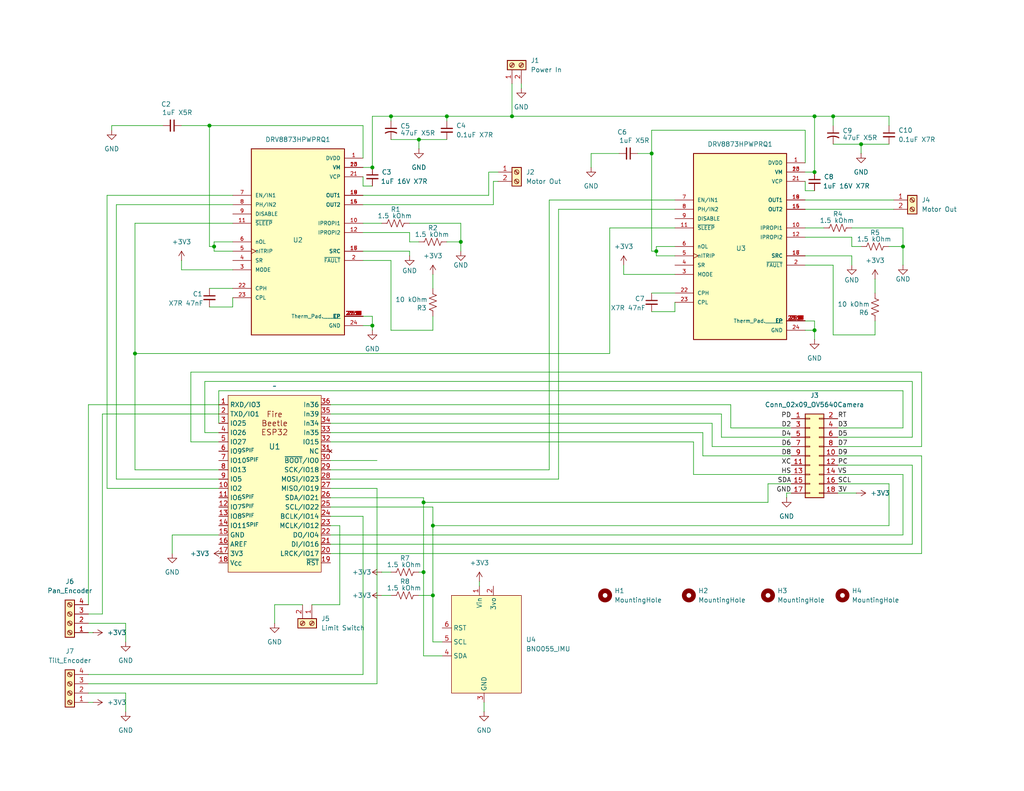
<source format=kicad_sch>
(kicad_sch (version 20250114) (generator "eeschema") (generator_version "9.0")
  (paper "A")
  (title_block (title "ME 507 - Schematic Draft") (date "2025-10-16") (company "Cal Poly Mechanical Engineering"))
  (lib_symbols
    (symbol "BNO055:BNO055"
      (property "Reference" "U4" (at 11.43 0.6351 0))
      (property "Value" "~" (at 11.43 -1.9049 0))
      (symbol "BNO055_0_1"
        (rectangle (start -8.89 12.7) (end 10.16 -13.97) (fill (type background)))
      )
      (symbol "BNO055_1_1"
        (pin input line (at -11.43 3.81 0) (length 2.54) (name "RST") (number "6"))
        (pin bidirectional line (at -11.43 0 0) (length 2.54) (name "SCL") (number "5"))
        (pin bidirectional line (at -11.43 -3.81 0) (length 2.54) (name "SDA") (number "4"))
        (pin power_in line (at -1.27 15.24 270) (length 2.54) (name "Vin") (number "1"))
        (pin power_in line (at 0 -16.51 90) (length 2.54) (name "GND") (number "3"))
        (pin power_out line (at 2.54 15.24 270) (length 2.54) (name "3vo") (number "2"))
      )
    )
    (symbol "Connector:Screw_Terminal_01x02" (pin_names (offset 1.016) (hide yes))
      (property "Reference" "J" (at 0 2.54 0))
      (property "Value" "Screw_Terminal_01x02" (at 0 -5.08 0))
      (symbol "Screw_Terminal_01x02_1_1"
        (rectangle (start -1.27 1.27) (end 1.27 -3.81) (stroke (width 0.254)) (fill (type background)))
        (polyline (pts (xy -0.5334 0.3302) (xy 0.3302 -0.508)) (stroke (width 0.1524)))
        (polyline (pts (xy -0.5334 -2.2098) (xy 0.3302 -3.048)) (stroke (width 0.1524)))
        (polyline (pts (xy -0.3556 0.508) (xy 0.508 -0.3302)) (stroke (width 0.1524)))
        (polyline (pts (xy -0.3556 -2.032) (xy 0.508 -2.8702)) (stroke (width 0.1524)))
        (circle (center 0 0) (radius 0.635) (stroke (width 0.1524)))
        (circle (center 0 -2.54) (radius 0.635) (stroke (width 0.1524)))
        (pin passive line (at -5.08 0 0) (length 3.81) (name "Pin_1") (number "1"))
        (pin passive line (at -5.08 -2.54 0) (length 3.81) (name "Pin_2") (number "2"))
      )
    )
    (symbol "Connector:Screw_Terminal_01x04" (pin_names (offset 1.016) (hide yes))
      (property "Reference" "J" (at 0 5.08 0))
      (property "Value" "Screw_Terminal_01x04" (at 0 -7.62 0))
      (symbol "Screw_Terminal_01x04_1_1"
        (rectangle (start -1.27 3.81) (end 1.27 -6.35) (stroke (width 0.254)) (fill (type background)))
        (polyline (pts (xy -0.5334 2.8702) (xy 0.3302 2.032)) (stroke (width 0.1524)))
        (polyline (pts (xy -0.5334 0.3302) (xy 0.3302 -0.508)) (stroke (width 0.1524)))
        (polyline (pts (xy -0.5334 -2.2098) (xy 0.3302 -3.048)) (stroke (width 0.1524)))
        (polyline (pts (xy -0.5334 -4.7498) (xy 0.3302 -5.588)) (stroke (width 0.1524)))
        (polyline (pts (xy -0.3556 3.048) (xy 0.508 2.2098)) (stroke (width 0.1524)))
        (polyline (pts (xy -0.3556 0.508) (xy 0.508 -0.3302)) (stroke (width 0.1524)))
        (polyline (pts (xy -0.3556 -2.032) (xy 0.508 -2.8702)) (stroke (width 0.1524)))
        (polyline (pts (xy -0.3556 -4.572) (xy 0.508 -5.4102)) (stroke (width 0.1524)))
        (circle (center 0 2.54) (radius 0.635) (stroke (width 0.1524)))
        (circle (center 0 0) (radius 0.635) (stroke (width 0.1524)))
        (circle (center 0 -2.54) (radius 0.635) (stroke (width 0.1524)))
        (circle (center 0 -5.08) (radius 0.635) (stroke (width 0.1524)))
        (pin passive line (at -5.08 2.54 0) (length 3.81) (name "Pin_1") (number "1"))
        (pin passive line (at -5.08 0 0) (length 3.81) (name "Pin_2") (number "2"))
        (pin passive line (at -5.08 -2.54 0) (length 3.81) (name "Pin_3") (number "3"))
        (pin passive line (at -5.08 -5.08 0) (length 3.81) (name "Pin_4") (number "4"))
      )
    )
    (symbol "Connector_Generic:Conn_02x09_Odd_Even" (pin_names (offset 1.016) (hide yes))
      (property "Reference" "J3" (at 1.27 -16.51 0))
      (property "Value" "Conn_02x09_Odd_Even" (at 1.27 -13.97 0))
      (symbol "Conn_02x09_Odd_Even_1_1"
        (rectangle (start -1.27 11.43) (end 3.81 -11.43) (stroke (width 0.254)) (fill (type background)))
        (rectangle (start -1.27 10.287) (end 0 10.033) (stroke (width 0.1524)))
        (rectangle (start -1.27 7.747) (end 0 7.493) (stroke (width 0.1524)))
        (rectangle (start -1.27 5.207) (end 0 4.953) (stroke (width 0.1524)))
        (rectangle (start -1.27 2.667) (end 0 2.413) (stroke (width 0.1524)))
        (rectangle (start -1.27 0.127) (end 0 -0.127) (stroke (width 0.1524)))
        (rectangle (start -1.27 -2.413) (end 0 -2.667) (stroke (width 0.1524)))
        (rectangle (start -1.27 -4.953) (end 0 -5.207) (stroke (width 0.1524)))
        (rectangle (start -1.27 -7.493) (end 0 -7.747) (stroke (width 0.1524)))
        (rectangle (start -1.27 -10.033) (end 0 -10.287) (stroke (width 0.1524)))
        (rectangle (start 3.81 10.287) (end 2.54 10.033) (stroke (width 0.1524)))
        (rectangle (start 3.81 7.747) (end 2.54 7.493) (stroke (width 0.1524)))
        (rectangle (start 3.81 5.207) (end 2.54 4.953) (stroke (width 0.1524)))
        (rectangle (start 3.81 2.667) (end 2.54 2.413) (stroke (width 0.1524)))
        (rectangle (start 3.81 0.127) (end 2.54 -0.127) (stroke (width 0.1524)))
        (rectangle (start 3.81 -2.413) (end 2.54 -2.667) (stroke (width 0.1524)))
        (rectangle (start 3.81 -4.953) (end 2.54 -5.207) (stroke (width 0.1524)))
        (rectangle (start 3.81 -7.493) (end 2.54 -7.747) (stroke (width 0.1524)))
        (rectangle (start 3.81 -10.033) (end 2.54 -10.287) (stroke (width 0.1524)))
        (pin passive line (at -5.08 10.16 0) (length 3.81) (name "Pin_1") (number "1"))
        (pin passive line (at -5.08 7.62 0) (length 3.81) (name "Pin_3") (number "3"))
        (pin passive line (at -5.08 5.08 0) (length 3.81) (name "Pin_5") (number "5"))
        (pin passive line (at -5.08 2.54 0) (length 3.81) (name "Pin_7") (number "7"))
        (pin passive line (at -5.08 0 0) (length 3.81) (name "Pin_9") (number "9"))
        (pin passive line (at -5.08 -2.54 0) (length 3.81) (name "Pin_11") (number "11"))
        (pin passive line (at -5.08 -5.08 0) (length 3.81) (name "Pin_13") (number "13"))
        (pin passive line (at -5.08 -7.62 0) (length 3.81) (name "Pin_15") (number "15"))
        (pin passive line (at -5.08 -10.16 0) (length 3.81) (name "Pin_17") (number "17"))
        (pin passive line (at 7.62 10.16 180) (length 3.81) (name "Pin_2") (number "2"))
        (pin passive line (at 7.62 7.62 180) (length 3.81) (name "Pin_4") (number "4"))
        (pin passive line (at 7.62 5.08 180) (length 3.81) (name "Pin_6") (number "6"))
        (pin passive line (at 7.62 2.54 180) (length 3.81) (name "Pin_8") (number "8"))
        (pin passive line (at 7.62 0 180) (length 3.81) (name "Pin_10") (number "10"))
        (pin passive line (at 7.62 -2.54 180) (length 3.81) (name "Pin_12") (number "12"))
        (pin passive line (at 7.62 -5.08 180) (length 3.81) (name "Pin_14") (number "14"))
        (pin passive line (at 7.62 -7.62 180) (length 3.81) (name "Pin_16") (number "16"))
        (pin passive line (at 7.62 -10.16 180) (length 3.81) (name "Pin_18") (number "18"))
      )
    )
    (symbol "DRV8873SPWPRQ1_1" (pin_names (offset 1.016))
      (property "Reference" "U2" (at 0 30.48 0))
      (property "Value" "DRV8873HPWPRQ1" (at 0 27.94 0))
      (symbol "DRV8873SPWPRQ1_1_0_0"
        (rectangle (start -12.7 25.4) (end 12.7 -25.4) (stroke (width 0.254)) (fill (type background)))
        (pin input line (at -17.78 12.7 0) (length 5.08) (name "EN/IN1") (number "7"))
        (pin input line (at -17.78 10.16 0) (length 5.08) (name "PH/IN2") (number "8"))
        (pin input line (at -17.78 7.62 0) (length 5.08) (name "DISABLE") (number "9"))
        (pin input line (at -17.78 5.08 0) (length 5.08) (name "~{SLEEP}") (number "11"))
        (pin passive line (at -17.78 -12.7 0) (length 5.08) (name "CPH") (number "22"))
        (pin passive line (at -17.78 -15.24 0) (length 5.08) (name "CPL") (number "23"))
        (pin power_in line (at 17.78 22.86 180) (length 5.08) (name "DVDD") (number "1"))
        (pin power_in line (at 17.78 20.32 180) (length 5.08) (name "VM") (number "13"))
        (pin power_in line (at 17.78 20.32 180) (length 5.08) (name "VM") (number "20"))
        (pin power_in line (at 17.78 17.78 180) (length 5.08) (name "VCP") (number "21"))
        (pin output line (at 17.78 12.7 180) (length 5.08) (name "OUT1") (number "18"))
        (pin output line (at 17.78 12.7 180) (length 5.08) (name "OUT1") (number "19"))
        (pin output line (at 17.78 10.16 180) (length 5.08) (name "OUT2") (number "14"))
        (pin output line (at 17.78 10.16 180) (length 5.08) (name "OUT2") (number "15"))
        (pin output line (at 17.78 5.08 180) (length 5.08) (name "IPROPI1") (number "10"))
        (pin output line (at 17.78 2.54 180) (length 5.08) (name "IPROPI2") (number "12"))
        (pin output line (at 17.78 -2.54 180) (length 5.08) (name "SRC") (number "16"))
        (pin output line (at 17.78 -2.54 180) (length 5.08) (name "SRC") (number "17"))
        (pin output line (at 17.78 -5.08 180) (length 5.08) (name "~{FAULT}") (number "2"))
        (pin power_in line (at 17.78 -20.32 180) (length 5.08) (name "EP") (number "25.1"))
        (pin power_in line (at 17.78 -20.32 180) (length 5.08) (name "EP") (number "25.10"))
        (pin power_in line (at 17.78 -20.32 180) (length 5.08) (name "EP") (number "25.11"))
        (pin power_in line (at 17.78 -20.32 180) (length 5.08) (name "EP") (number "25.12"))
        (pin power_in line (at 17.78 -20.32 180) (length 5.08) (name "EP") (number "25.13"))
        (pin power_in line (at 17.78 -20.32 180) (length 5.08) (name "EP") (number "25.14"))
        (pin power_in line (at 17.78 -20.32 180) (length 5.08) (name "EP") (number "25.15"))
        (pin power_in line (at 17.78 -20.32 180) (length 5.08) (name "EP") (number "25.16"))
        (pin power_in line (at 17.78 -20.32 180) (length 5.08) (name "EP") (number "25.17"))
        (pin power_in line (at 17.78 -20.32 180) (length 5.08) (name "EP") (number "25.18"))
        (pin power_in line (at 17.78 -20.32 180) (length 5.08) (name "EP") (number "25.2"))
        (pin power_in line (at 17.78 -20.32 180) (length 5.08) (name "EP") (number "25.3"))
        (pin power_in line (at 17.78 -20.32 180) (length 5.08) (name "EP") (number "25.4"))
        (pin power_in line (at 17.78 -20.32 180) (length 5.08) (name "EP") (number "25.5"))
        (pin power_in line (at 17.78 -20.32 180) (length 5.08) (name "EP") (number "25.6"))
        (pin power_in line (at 17.78 -20.32 180) (length 5.08) (name "EP") (number "25.7"))
        (pin power_in line (at 17.78 -20.32 180) (length 5.08) (name "EP") (number "25.8"))
        (pin power_in line (at 17.78 -20.32 180) (length 5.08) (name "EP") (number "25.9"))
        (pin power_in line (at 17.78 -22.86 180) (length 5.08) (name "GND") (number "24"))
      )
      (symbol "DRV8873SPWPRQ1_1_1_0"
        (pin input line (at -17.78 0 0) (length 5.08) (name "nOL") (number "6"))
        (pin input clock (at -17.78 -2.54 0) (length 5.08) (name "nITRIP") (number "5"))
        (pin input line (at -17.78 -5.08 0) (length 5.08) (name "SR") (number "4"))
        (pin input line (at -17.78 -7.62 0) (length 5.08) (name "MODE") (number "3"))
        (pin power_in line (at 17.78 -20.32 180) (length 5.08) (name "Therm_Pad.______") (number "25"))
      )
    )
    (symbol "Device:C_Small" (pin_numbers (hide yes)) (pin_names (offset 0.254) (hide yes))
      (property "Reference" "C" (at 0.254 1.778 0))
      (property "Value" "C_Small" (at 0.254 -2.032 0))
      (symbol "C_Small_0_1"
        (polyline (pts (xy -1.524 0.508) (xy 1.524 0.508)) (stroke (width 0.3048)))
        (polyline (pts (xy -1.524 -0.508) (xy 1.524 -0.508)) (stroke (width 0.3302)))
      )
      (symbol "C_Small_1_1"
        (pin passive line (at 0 2.54 270) (length 2.032) (name "~") (number "1"))
        (pin passive line (at 0 -2.54 90) (length 2.032) (name "~") (number "2"))
      )
    )
    (symbol "Device:C_Small_US" (pin_numbers (hide yes)) (pin_names (offset 0.254) (hide yes))
      (property "Reference" "C" (at 0.254 1.778 0))
      (property "Value" "C_Small_US" (at 0.254 -2.032 0))
      (symbol "C_Small_US_0_1"
        (polyline (pts (xy -1.524 0.508) (xy 1.524 0.508)) (stroke (width 0.3048)))
        (arc (start -1.524 -0.762) (mid 0 -0.3734) (end 1.524 -0.762) (stroke (width 0.3048)))
      )
      (symbol "C_Small_US_1_1"
        (pin passive line (at 0 2.54 270) (length 2.032) (name "~") (number "1"))
        (pin passive line (at 0 -2.54 90) (length 2.032) (name "~") (number "2"))
      )
    )
    (symbol "Device:R_US" (pin_numbers (hide yes)) (pin_names (offset 0))
      (property "Reference" "R" (at 2.54 0 90))
      (property "Value" "R_US" (at -2.54 0 90))
      (symbol "R_US_0_1"
        (polyline (pts (xy 0 2.286) (xy 0 2.54)))
        (polyline (pts (xy 0 2.286) (xy 1.016 1.905) (xy 0 1.524) (xy -1.016 1.143) (xy 0 0.762)))
        (polyline (pts (xy 0 0.762) (xy 1.016 0.381) (xy 0 0) (xy -1.016 -0.381) (xy 0 -0.762)))
        (polyline (pts (xy 0 -0.762) (xy 1.016 -1.143) (xy 0 -1.524) (xy -1.016 -1.905) (xy 0 -2.286)))
        (polyline (pts (xy 0 -2.286) (xy 0 -2.54)))
      )
      (symbol "R_US_1_1"
        (pin passive line (at 0 3.81 270) (length 1.27) (name "~") (number "1"))
        (pin passive line (at 0 -3.81 90) (length 1.27) (name "~") (number "2"))
      )
    )
    (symbol "ME507F24:FireBeetle-ESP32"
      (property "Reference" "U" (at -2.2226 9.1862 0))
      (symbol "FireBeetle-ESP32_1_1"
        (polyline (pts (xy -12.7 22.86) (xy 12.7 22.86) (xy 12.7 -25.4) (xy -12.7 -25.4) (xy -12.7 22.86)) (fill (type background)))
        (text "Fire\nBeetle\nESP32" (at 0 15.24 0) (effects (font (size 1.524 1.524))))
        (pin bidirectional line (at -15.24 20.32 0) (length 2.54) (name "RXD/IO3") (number "1"))
        (pin bidirectional line (at -15.24 17.78 0) (length 2.54) (name "TXD/IO1") (number "2"))
        (pin bidirectional line (at -15.24 15.24 0) (length 2.54) (name "IO25") (number "3"))
        (pin bidirectional line (at -15.24 12.7 0) (length 2.54) (name "IO26") (number "4"))
        (pin bidirectional line (at -15.24 10.16 0) (length 2.54) (name "IO27") (number "5"))
        (pin unspecified line (at -15.24 7.62 0) (length 2.54) (name "IO9^{SPIF}") (number "6"))
        (pin unspecified line (at -15.24 5.08 0) (length 2.54) (name "IO10^{SPIF}") (number "7"))
        (pin bidirectional line (at -15.24 2.54 0) (length 2.54) (name "IO13") (number "8"))
        (pin bidirectional line (at -15.24 0 0) (length 2.54) (name "IO5") (number "9"))
        (pin bidirectional line (at -15.24 -2.54 0) (length 2.54) (name "IO2") (number "10"))
        (pin unspecified line (at -15.24 -5.08 0) (length 2.54) (name "IO6^{SPIF}") (number "11"))
        (pin unspecified line (at -15.24 -7.62 0) (length 2.54) (name "IO7^{SPIF}") (number "12"))
        (pin unspecified line (at -15.24 -10.16 0) (length 2.54) (name "IO8^{SPIF}") (number "13"))
        (pin unspecified line (at -15.24 -12.7 0) (length 2.54) (name "IO11^{SPIF}") (number "14"))
        (pin power_in line (at -15.24 -15.24 0) (length 2.54) (name "GND") (number "15"))
        (pin input line (at -15.24 -17.78 0) (length 2.54) (name "AREF") (number "16"))
        (pin power_out line (at -15.24 -20.32 0) (length 2.54) (name "3V3") (number "17"))
        (pin unspecified line (at -15.24 -22.86 0) (length 2.54) (name "V_{CC}") (number "18"))
        (pin input line (at 15.24 20.32 180) (length 2.54) (name "In36") (number "36"))
        (pin input line (at 15.24 17.78 180) (length 2.54) (name "In39") (number "35"))
        (pin input line (at 15.24 15.24 180) (length 2.54) (name "In34") (number "34"))
        (pin input line (at 15.24 12.7 180) (length 2.54) (name "In35") (number "33"))
        (pin bidirectional line (at 15.24 10.16 180) (length 2.54) (name "IO15") (number "32"))
        (pin no_connect line (at 15.24 7.62 180) (length 2.54) (name "NC") (number "31"))
        (pin bidirectional line (at 15.24 5.08 180) (length 2.54) (name "~{BOOT}/IO0") (number "30"))
        (pin bidirectional line (at 15.24 2.54 180) (length 2.54) (name "SCK/IO18") (number "29"))
        (pin bidirectional line (at 15.24 0 180) (length 2.54) (name "MOSI/IO23") (number "28"))
        (pin bidirectional line (at 15.24 -2.54 180) (length 2.54) (name "MISO/IO19") (number "27"))
        (pin bidirectional line (at 15.24 -5.08 180) (length 2.54) (name "SDA/IO21") (number "26"))
        (pin bidirectional line (at 15.24 -7.62 180) (length 2.54) (name "SCL/IO22") (number "25"))
        (pin bidirectional line (at 15.24 -10.16 180) (length 2.54) (name "BCLK/IO14") (number "24"))
        (pin bidirectional line (at 15.24 -12.7 180) (length 2.54) (name "MCLK/IO12") (number "23"))
        (pin bidirectional line (at 15.24 -15.24 180) (length 2.54) (name "DO/IO4") (number "22"))
        (pin bidirectional line (at 15.24 -17.78 180) (length 2.54) (name "DI/IO16") (number "21"))
        (pin bidirectional line (at 15.24 -20.32 180) (length 2.54) (name "LRCK/IO17") (number "20"))
        (pin bidirectional line (at 15.24 -22.86 180) (length 2.54) (name "~{RST}") (number "19"))
      )
    )
    (symbol "Mechanical:MountingHole" (pin_names (offset 1.016)) (in_bom no)
      (property "Reference" "H" (at 0 5.08 0))
      (property "Value" "MountingHole" (at 0 3.175 0))
      (symbol "MountingHole_0_1"
        (circle (center 0 0) (radius 1.27) (stroke (width 1.27)))
      )
    )
    (symbol "power:+3V3" (power) (pin_numbers (hide yes)) (pin_names (offset 0) (hide yes))
      (property "Value" "+3V3" (at 0 3.556 0))
      (symbol "+3V3_0_1"
        (polyline (pts (xy -0.762 1.27) (xy 0 2.54)))
        (polyline (pts (xy 0 2.54) (xy 0.762 1.27)))
        (polyline (pts (xy 0 0) (xy 0 2.54)))
      )
      (symbol "+3V3_1_1"
        (pin power_in line (at 0 0 90) (length 0) (name "~") (number "1"))
      )
    )
    (symbol "power:GND" (power) (pin_numbers (hide yes)) (pin_names (offset 0) (hide yes))
      (property "Value" "GND" (at 0 -3.81 0))
      (symbol "GND_0_1"
        (polyline (pts (xy 0 0) (xy 0 -1.27) (xy 1.27 -1.27) (xy 0 -2.54) (xy -1.27 -1.27) (xy 0 -1.27)))
      )
      (symbol "GND_1_1"
        (pin power_in line (at 0 0 270) (length 0) (name "~") (number "1"))
      )
    )
  )
  (junction (at 114.3 38.1))
  (junction (at 101.6 45.72))
  (junction (at 121.92 31.75))
  (junction (at 106.68 31.75))
  (junction (at 234.95 39.37))
  (junction (at 179.07 68.58))
  (junction (at 222.25 90.17))
  (junction (at 246.38 67.31))
  (junction (at 118.11 162.56))
  (junction (at 227.33 31.75))
  (junction (at 125.73 66.04))
  (junction (at 36.83 96.52))
  (junction (at 139.7 31.75))
  (junction (at 58.42 67.31))
  (junction (at 101.6 88.9))
  (junction (at 57.15 34.29))
  (junction (at 115.57 137.16))
  (junction (at 118.11 143.51))
  (junction (at 222.25 46.99))
  (junction (at 222.25 31.75))
  (junction (at 177.8 41.91))
  (junction (at 115.57 156.21))
  (wire (pts (xy 251.46 101.6) (xy 251.46 121.92)))
  (wire (pts (xy 92.71 165.1) (xy 85.09 165.1)))
  (wire (pts (xy 242.57 67.31) (xy 246.38 67.31)))
  (wire (pts (xy 24.13 170.18) (xy 34.29 170.18)))
  (wire (pts (xy 59.69 118.11) (xy 55.88 118.11)))
  (wire (pts (xy 101.6 90.17) (xy 101.6 88.9)))
  (wire (pts (xy 106.68 31.75) (xy 106.68 33.02)))
  (wire (pts (xy 118.11 86.36) (xy 118.11 90.17)))
  (wire (pts (xy 90.17 113.03) (xy 196.85 113.03)))
  (wire (pts (xy 63.5 83.82) (xy 63.5 81.28)))
  (wire (pts (xy 166.37 96.52) (xy 36.83 96.52)))
  (wire (pts (xy 227.33 31.75) (xy 227.33 34.29)))
  (wire (pts (xy 118.11 143.51) (xy 118.11 162.56)))
  (wire (pts (xy 132.08 194.31) (xy 132.08 191.77)))
  (wire (pts (xy 194.31 121.92) (xy 215.9 121.92)))
  (wire (pts (xy 101.6 31.75) (xy 106.68 31.75)))
  (wire (pts (xy 118.11 162.56) (xy 118.11 175.26)))
  (wire (pts (xy 228.6 129.54) (xy 246.38 129.54)))
  (wire (pts (xy 125.73 60.96) (xy 125.73 66.04)))
  (wire (pts (xy 173.99 41.91) (xy 177.8 41.91)))
  (wire (pts (xy 90.17 120.65) (xy 189.23 120.65)))
  (wire (pts (xy 184.15 85.09) (xy 177.8 85.09)))
  (wire (pts (xy 189.23 129.54) (xy 215.9 129.54)))
  (wire (pts (xy 99.06 86.36) (xy 101.6 86.36)))
  (wire (pts (xy 118.11 74.93) (xy 118.11 78.74)))
  (wire (pts (xy 184.15 80.01) (xy 177.8 80.01)))
  (wire (pts (xy 219.71 90.17) (xy 222.25 90.17)))
  (wire (pts (xy 90.17 133.35) (xy 102.87 133.35)))
  (wire (pts (xy 248.92 127) (xy 228.6 127)))
  (wire (pts (xy 57.15 67.31) (xy 58.42 67.31)))
  (wire (pts (xy 170.18 74.93) (xy 184.15 74.93)))
  (wire (pts (xy 219.71 54.61) (xy 243.84 54.61)))
  (wire (pts (xy 114.3 38.1) (xy 114.3 40.64)))
  (wire (pts (xy 189.23 120.65) (xy 189.23 129.54)))
  (wire (pts (xy 90.17 128.27) (xy 149.86 128.27)))
  (wire (pts (xy 90.17 130.81) (xy 152.4 130.81)))
  (wire (pts (xy 242.57 31.75) (xy 242.57 34.29)))
  (wire (pts (xy 34.29 189.23) (xy 24.13 189.23)))
  (wire (pts (xy 199.39 116.84) (xy 215.9 116.84)))
  (wire (pts (xy 196.85 113.03) (xy 196.85 119.38)))
  (wire (pts (xy 248.92 104.14) (xy 248.92 119.38)))
  (wire (pts (xy 59.69 146.05) (xy 46.99 146.05)))
  (wire (pts (xy 194.31 115.57) (xy 194.31 121.92)))
  (wire (pts (xy 246.38 72.39) (xy 246.38 67.31)))
  (wire (pts (xy 232.41 69.85) (xy 232.41 72.39)))
  (wire (pts (xy 118.11 138.43) (xy 118.11 143.51)))
  (wire (pts (xy 31.75 130.81) (xy 59.69 130.81)))
  (wire (pts (xy 227.33 72.39) (xy 219.71 72.39)))
  (wire (pts (xy 99.06 63.5) (xy 111.76 63.5)))
  (wire (pts (xy 34.29 175.26) (xy 34.29 170.18)))
  (wire (pts (xy 215.9 134.62) (xy 214.63 134.62)))
  (wire (pts (xy 90.17 110.49) (xy 199.39 110.49)))
  (wire (pts (xy 99.06 60.96) (xy 104.14 60.96)))
  (wire (pts (xy 152.4 57.15) (xy 152.4 130.81)))
  (wire (pts (xy 246.38 116.84) (xy 228.6 116.84)))
  (wire (pts (xy 228.6 132.08) (xy 242.57 132.08)))
  (wire (pts (xy 222.25 31.75) (xy 222.25 46.99)))
  (wire (pts (xy 134.62 55.88) (xy 99.06 55.88)))
  (wire (pts (xy 161.29 41.91) (xy 168.91 41.91)))
  (wire (pts (xy 25.4 172.72) (xy 24.13 172.72)))
  (wire (pts (xy 184.15 54.61) (xy 149.86 54.61)))
  (wire (pts (xy 59.69 113.03) (xy 27.94 113.03)))
  (wire (pts (xy 161.29 41.91) (xy 161.29 45.72)))
  (wire (pts (xy 114.3 162.56) (xy 118.11 162.56)))
  (wire (pts (xy 246.38 146.05) (xy 246.38 129.54)))
  (wire (pts (xy 242.57 143.51) (xy 118.11 143.51)))
  (wire (pts (xy 82.55 165.1) (xy 74.93 165.1)))
  (wire (pts (xy 238.76 76.2) (xy 238.76 80.01)))
  (wire (pts (xy 227.33 39.37) (xy 234.95 39.37)))
  (wire (pts (xy 46.99 146.05) (xy 46.99 151.13)))
  (wire (pts (xy 246.38 106.68) (xy 246.38 116.84)))
  (wire (pts (xy 209.55 132.08) (xy 215.9 132.08)))
  (wire (pts (xy 227.33 31.75) (xy 242.57 31.75)))
  (wire (pts (xy 90.17 118.11) (xy 191.77 118.11)))
  (wire (pts (xy 120.65 179.07) (xy 115.57 179.07)))
  (wire (pts (xy 227.33 91.44) (xy 238.76 91.44)))
  (wire (pts (xy 90.17 148.59) (xy 248.92 148.59)))
  (wire (pts (xy 184.15 85.09) (xy 184.15 82.55)))
  (wire (pts (xy 251.46 151.13) (xy 251.46 124.46)))
  (wire (pts (xy 115.57 135.89) (xy 90.17 135.89)))
  (wire (pts (xy 29.21 53.34) (xy 29.21 133.35)))
  (wire (pts (xy 99.06 50.8) (xy 101.6 50.8)))
  (wire (pts (xy 139.7 22.86) (xy 139.7 31.75)))
  (wire (pts (xy 248.92 148.59) (xy 248.92 127)))
  (wire (pts (xy 101.6 31.75) (xy 101.6 45.72)))
  (wire (pts (xy 58.42 66.04) (xy 58.42 67.31)))
  (wire (pts (xy 179.07 68.58) (xy 179.07 69.85)))
  (wire (pts (xy 74.93 165.1) (xy 74.93 170.18)))
  (wire (pts (xy 58.42 68.58) (xy 63.5 68.58)))
  (wire (pts (xy 115.57 156.21) (xy 115.57 137.16)))
  (wire (pts (xy 63.5 55.88) (xy 31.75 55.88)))
  (wire (pts (xy 59.69 128.27) (xy 36.83 128.27)))
  (wire (pts (xy 63.5 60.96) (xy 36.83 60.96)))
  (wire (pts (xy 179.07 69.85) (xy 184.15 69.85)))
  (wire (pts (xy 49.53 34.29) (xy 57.15 34.29)))
  (wire (pts (xy 234.95 39.37) (xy 234.95 41.91)))
  (wire (pts (xy 222.25 31.75) (xy 227.33 31.75)))
  (wire (pts (xy 27.94 167.64) (xy 24.13 167.64)))
  (wire (pts (xy 57.15 34.29) (xy 57.15 67.31)))
  (wire (pts (xy 111.76 66.04) (xy 114.3 66.04)))
  (wire (pts (xy 99.06 68.58) (xy 111.76 68.58)))
  (wire (pts (xy 29.21 133.35) (xy 59.69 133.35)))
  (wire (pts (xy 251.46 121.92) (xy 228.6 121.92)))
  (wire (pts (xy 177.8 68.58) (xy 179.07 68.58)))
  (wire (pts (xy 199.39 110.49) (xy 199.39 116.84)))
  (wire (pts (xy 63.5 78.74) (xy 57.15 78.74)))
  (wire (pts (xy 133.35 46.99) (xy 135.89 46.99)))
  (wire (pts (xy 90.17 143.51) (xy 92.71 143.51)))
  (wire (pts (xy 228.6 119.38) (xy 248.92 119.38)))
  (wire (pts (xy 102.87 186.69) (xy 24.13 186.69)))
  (wire (pts (xy 114.3 38.1) (xy 121.92 38.1)))
  (wire (pts (xy 121.92 31.75) (xy 121.92 33.02)))
  (wire (pts (xy 101.6 86.36) (xy 101.6 88.9)))
  (wire (pts (xy 31.75 55.88) (xy 31.75 130.81)))
  (wire (pts (xy 99.06 88.9) (xy 101.6 88.9)))
  (wire (pts (xy 133.35 53.34) (xy 99.06 53.34)))
  (wire (pts (xy 63.5 66.04) (xy 58.42 66.04)))
  (wire (pts (xy 219.71 87.63) (xy 222.25 87.63)))
  (wire (pts (xy 49.53 71.12) (xy 49.53 73.66)))
  (wire (pts (xy 219.71 35.56) (xy 219.71 44.45)))
  (wire (pts (xy 166.37 62.23) (xy 184.15 62.23)))
  (wire (pts (xy 246.38 62.23) (xy 246.38 67.31)))
  (wire (pts (xy 170.18 72.39) (xy 170.18 74.93)))
  (wire (pts (xy 219.71 69.85) (xy 232.41 69.85)))
  (wire (pts (xy 214.63 134.62) (xy 214.63 135.89)))
  (wire (pts (xy 90.17 140.97) (xy 99.06 140.97)))
  (wire (pts (xy 36.83 96.52) (xy 36.83 128.27)))
  (wire (pts (xy 114.3 156.21) (xy 115.57 156.21)))
  (wire (pts (xy 242.57 132.08) (xy 242.57 143.51)))
  (wire (pts (xy 196.85 119.38) (xy 215.9 119.38)))
  (wire (pts (xy 90.17 115.57) (xy 194.31 115.57)))
  (wire (pts (xy 59.69 106.68) (xy 246.38 106.68)))
  (wire (pts (xy 104.14 156.21) (xy 106.68 156.21)))
  (wire (pts (xy 90.17 151.13) (xy 251.46 151.13)))
  (wire (pts (xy 142.24 22.86) (xy 142.24 24.13)))
  (wire (pts (xy 30.48 34.29) (xy 44.45 34.29)))
  (wire (pts (xy 36.83 60.96) (xy 36.83 96.52)))
  (wire (pts (xy 99.06 34.29) (xy 99.06 43.18)))
  (wire (pts (xy 106.68 31.75) (xy 121.92 31.75)))
  (wire (pts (xy 251.46 124.46) (xy 228.6 124.46)))
  (wire (pts (xy 238.76 87.63) (xy 238.76 91.44)))
  (wire (pts (xy 232.41 64.77) (xy 232.41 67.31)))
  (wire (pts (xy 59.69 106.68) (xy 59.69 115.57)))
  (wire (pts (xy 52.07 120.65) (xy 52.07 101.6)))
  (wire (pts (xy 24.13 110.49) (xy 59.69 110.49)))
  (wire (pts (xy 63.5 53.34) (xy 29.21 53.34)))
  (wire (pts (xy 49.53 73.66) (xy 63.5 73.66)))
  (wire (pts (xy 111.76 68.58) (xy 111.76 69.85)))
  (wire (pts (xy 166.37 62.23) (xy 166.37 96.52)))
  (wire (pts (xy 57.15 34.29) (xy 99.06 34.29)))
  (wire (pts (xy 34.29 194.31) (xy 34.29 189.23)))
  (wire (pts (xy 227.33 72.39) (xy 227.33 91.44)))
  (wire (pts (xy 179.07 67.31) (xy 179.07 68.58)))
  (wire (pts (xy 125.73 66.04) (xy 125.73 68.58)))
  (wire (pts (xy 30.48 34.29) (xy 30.48 35.56)))
  (wire (pts (xy 133.35 46.99) (xy 133.35 53.34)))
  (wire (pts (xy 63.5 83.82) (xy 57.15 83.82)))
  (wire (pts (xy 59.69 120.65) (xy 52.07 120.65)))
  (wire (pts (xy 90.17 125.73) (xy 102.87 125.73)))
  (wire (pts (xy 99.06 45.72) (xy 101.6 45.72)))
  (wire (pts (xy 106.68 90.17) (xy 118.11 90.17)))
  (wire (pts (xy 99.06 140.97) (xy 99.06 184.15)))
  (wire (pts (xy 115.57 137.16) (xy 209.55 137.16)))
  (wire (pts (xy 191.77 118.11) (xy 191.77 124.46)))
  (wire (pts (xy 219.71 49.53) (xy 219.71 52.07)))
  (wire (pts (xy 115.57 156.21) (xy 115.57 179.07)))
  (wire (pts (xy 228.6 134.62) (xy 233.68 134.62)))
  (wire (pts (xy 115.57 135.89) (xy 115.57 137.16)))
  (wire (pts (xy 222.25 31.75) (xy 139.7 31.75)))
  (wire (pts (xy 24.13 191.77) (xy 25.4 191.77)))
  (wire (pts (xy 219.71 62.23) (xy 224.79 62.23)))
  (wire (pts (xy 234.95 39.37) (xy 242.57 39.37)))
  (wire (pts (xy 121.92 66.04) (xy 125.73 66.04)))
  (wire (pts (xy 104.14 162.56) (xy 106.68 162.56)))
  (wire (pts (xy 59.69 151.13) (xy 60.96 151.13)))
  (wire (pts (xy 106.68 38.1) (xy 114.3 38.1)))
  (wire (pts (xy 52.07 101.6) (xy 251.46 101.6)))
  (wire (pts (xy 24.13 110.49) (xy 24.13 165.1)))
  (wire (pts (xy 58.42 67.31) (xy 58.42 68.58)))
  (wire (pts (xy 219.71 64.77) (xy 232.41 64.77)))
  (wire (pts (xy 222.25 90.17) (xy 222.25 92.71)))
  (wire (pts (xy 99.06 48.26) (xy 99.06 50.8)))
  (wire (pts (xy 232.41 67.31) (xy 234.95 67.31)))
  (wire (pts (xy 177.8 35.56) (xy 219.71 35.56)))
  (wire (pts (xy 209.55 137.16) (xy 209.55 132.08)))
  (wire (pts (xy 149.86 128.27) (xy 149.86 54.61)))
  (wire (pts (xy 106.68 71.12) (xy 99.06 71.12)))
  (wire (pts (xy 111.76 63.5) (xy 111.76 66.04)))
  (wire (pts (xy 24.13 184.15) (xy 99.06 184.15)))
  (wire (pts (xy 177.8 41.91) (xy 177.8 35.56)))
  (wire (pts (xy 118.11 138.43) (xy 90.17 138.43)))
  (wire (pts (xy 55.88 104.14) (xy 248.92 104.14)))
  (wire (pts (xy 27.94 113.03) (xy 27.94 167.64)))
  (wire (pts (xy 90.17 146.05) (xy 246.38 146.05)))
  (wire (pts (xy 219.71 46.99) (xy 222.25 46.99)))
  (wire (pts (xy 102.87 133.35) (xy 102.87 186.69)))
  (wire (pts (xy 222.25 87.63) (xy 222.25 90.17)))
  (wire (pts (xy 184.15 57.15) (xy 152.4 57.15)))
  (wire (pts (xy 111.76 60.96) (xy 125.73 60.96)))
  (wire (pts (xy 130.81 160.02) (xy 130.81 158.75)))
  (wire (pts (xy 184.15 67.31) (xy 179.07 67.31)))
  (wire (pts (xy 232.41 62.23) (xy 246.38 62.23)))
  (wire (pts (xy 219.71 57.15) (xy 243.84 57.15)))
  (wire (pts (xy 118.11 175.26) (xy 120.65 175.26)))
  (wire (pts (xy 191.77 124.46) (xy 215.9 124.46)))
  (wire (pts (xy 106.68 71.12) (xy 106.68 90.17)))
  (wire (pts (xy 134.62 49.53) (xy 135.89 49.53)))
  (wire (pts (xy 121.92 31.75) (xy 139.7 31.75)))
  (wire (pts (xy 219.71 52.07) (xy 222.25 52.07)))
  (wire (pts (xy 92.71 143.51) (xy 92.71 165.1)))
  (wire (pts (xy 177.8 41.91) (xy 177.8 68.58)))
  (wire (pts (xy 134.62 49.53) (xy 134.62 55.88)))
  (wire (pts (xy 55.88 118.11) (xy 55.88 104.14)))
  (label "D7" (at 228.6 121.92 0))
  (label "D9" (at 228.6 124.46 0))
  (label "D2" (at 215.9 116.84 180))
  (label "D8" (at 215.9 124.46 180))
  (label "GND" (at 215.9 134.62 180))
  (label "D5" (at 228.6 119.38 0))
  (label "" (at 227.33 135.89 0))
  (label "SDA" (at 215.9 132.08 180))
  (label "D6" (at 215.9 121.92 180))
  (label "RT" (at 228.6 114.3 0))
  (label "3V" (at 228.6 134.62 0))
  (label "HS" (at 215.9 129.54 180))
  (label "SCL" (at 228.6 132.08 0))
  (label "XC" (at 215.9 127 180))
  (label "D3" (at 228.6 116.84 0))
  (label "PD" (at 215.9 114.3 180))
  (label "VS" (at 228.6 129.54 0))
  (label "PC" (at 228.6 127 0))
  (label "D4" (at 215.9 119.38 180))
  (symbol (lib_id "Device:C_Small") (at 46.99 34.29 270) (unit 1)
    (property "Reference" "C2" (at 43.942 28.448 90) (effects (justify left)))
    (property "Value" "1uF X5R" (at 44.196 30.734 90) (effects (justify left)))
    (property "Footprint" "Capacitor_SMD:C_0805_2012Metric_Pad1.18x1.45mm_HandSolder" (effects (hide yes)))
    (property "Description" "Unpolarized capacitor, small symbol" (effects (hide yes)))
  )
  (symbol (lib_id "power:+3V3") (at 170.18 72.39 0) (unit 1)
    (property "Reference" "#PWR019" (effects (hide yes)))
    (property "Value" "+3V3" (at 170.18 67.31 0))
    (property "Description" "Power symbol creates a global label with name \"+3V3\"" (effects (hide yes)))
  )
  (symbol (lib_id "Connector:Screw_Terminal_01x02") (at 248.92 54.61 0) (unit 1)
    (property "Reference" "J4" (at 251.46 54.6099 0) (effects (justify left)))
    (property "Value" "Motor Out" (at 251.46 57.1499 0) (effects (justify left)))
    (property "Footprint" "TerminalBlock_Phoenix:TerminalBlock_Phoenix_MKDS-1,5-2_1x02_P5.00mm_Horizontal" (effects (hide yes)))
    (property "Description" "Generic screw terminal, single row, 01x02, script generated (kicad-library-utils/schlib/autogen/connector/)" (effects (hide yes)))
  )
  (symbol (lib_name "DRV8873SPWPRQ1_1") (lib_id "DRV8873SPWPRQ1:DRV8873SPWPRQ1") (at 81.28 66.04 0) (unit 1)
    (property "Reference" "U2" (at 81.28 65.532 0))
    (property "Value" "DRV8873HPWPRQ1" (at 81.28 38.1 0))
    (property "Footprint" "My_Footprint:IC_DRV8873SPWPRQ1" (effects (hide yes)))
    (property "MF" "Texas Instruments" (effects (hide yes)))
    (property "Description_1" "Automotive, current sensing 40V, 10A H-bridge motor driver with integrated current feedback" (effects (hide yes)))
    (property "Package" "HTSSOP-24 Texas Instruments" (effects (hide yes)))
    (property "Price" "None" (effects (hide yes)))
    (property "Check_prices" "https://www.snapeda.com/parts/DRV8873SPWPRQ1/Texas+Instruments/view-part/?ref=eda" (effects (hide yes)))
    (property "STANDARD" "Manufacturer Recommendations" (effects (hide yes)))
    (property "PARTREV" "A" (effects (hide yes)))
    (property "SnapEDA_Link" "https://www.snapeda.com/parts/DRV8873SPWPRQ1/Texas+Instruments/view-part/?ref=snap" (effects (hide yes)))
    (property "MP" "DRV8873SPWPRQ1" (effects (hide yes)))
    (property "Availability" "In Stock" (effects (hide yes)))
    (property "MANUFACTURER" "TEXAS INSTRUMENTS" (effects (hide yes)))
  )
  (symbol (lib_id "power:GND") (at 214.63 135.89 0) (unit 1)
    (property "Reference" "#PWR013" (effects (hide yes)))
    (property "Value" "GND" (at 214.63 140.97 0))
    (property "Description" "Power symbol creates a global label with name \"GND\" , ground" (effects (hide yes)))
  )
  (symbol (lib_id "Device:C_Small") (at 242.57 36.83 0) (unit 1)
    (property "Reference" "C10" (at 245.11 35.5662 0) (effects (justify left)))
    (property "Value" "0.1uF X7R" (at 245.11 38.1062 0) (effects (justify left)))
    (property "Footprint" "Capacitor_SMD:C_0805_2012Metric_Pad1.18x1.45mm_HandSolder" (effects (hide yes)))
    (property "Description" "Unpolarized capacitor, small symbol" (effects (hide yes)))
  )
  (symbol (lib_id "power:+3V3") (at 60.96 151.13 90) (unit 1)
    (property "Reference" "#PWR023" (effects (hide yes)))
    (property "Value" "+3V3" (at 57.15 151.1299 90) (effects (justify left)))
    (property "Description" "Power symbol creates a global label with name \"+3V3\"" (effects (hide yes)))
  )
  (symbol (lib_id "power:GND") (at 111.76 69.85 0) (unit 1)
    (property "Reference" "#PWR06" (effects (hide yes)))
    (property "Value" "GND" (at 111.76 73.914 0))
    (property "Description" "Power symbol creates a global label with name \"GND\" , ground" (effects (hide yes)))
  )
  (symbol (lib_id "power:GND") (at 34.29 175.26 0) (unit 1)
    (property "Reference" "#PWR017" (effects (hide yes)))
    (property "Value" "GND" (at 34.29 180.34 0))
    (property "Description" "Power symbol creates a global label with name \"GND\" , ground" (effects (hide yes)))
  )
  (symbol (lib_name "DRV8873SPWPRQ1_1") (lib_id "DRV8873SPWPRQ1:DRV8873SPWPRQ1") (at 201.93 67.31 0) (unit 1)
    (property "Reference" "U3" (at 202.184 67.818 0))
    (property "Value" "DRV8873HPWPRQ1" (at 201.93 39.37 0))
    (property "Footprint" "My_Footprint:IC_DRV8873SPWPRQ1" (effects (hide yes)))
    (property "MF" "Texas Instruments" (effects (hide yes)))
    (property "Description_1" "Automotive, current sensing 40V, 10A H-bridge motor driver with integrated current feedback" (effects (hide yes)))
    (property "Package" "HTSSOP-24 Texas Instruments" (effects (hide yes)))
    (property "Price" "None" (effects (hide yes)))
    (property "Check_prices" "https://www.snapeda.com/parts/DRV8873SPWPRQ1/Texas+Instruments/view-part/?ref=eda" (effects (hide yes)))
    (property "STANDARD" "Manufacturer Recommendations" (effects (hide yes)))
    (property "PARTREV" "A" (effects (hide yes)))
    (property "SnapEDA_Link" "https://www.snapeda.com/parts/DRV8873SPWPRQ1/Texas+Instruments/view-part/?ref=snap" (effects (hide yes)))
    (property "MP" "DRV8873SPWPRQ1" (effects (hide yes)))
    (property "Availability" "In Stock" (effects (hide yes)))
    (property "MANUFACTURER" "TEXAS INSTRUMENTS" (effects (hide yes)))
  )
  (symbol (lib_id "power:+3V3") (at 118.11 74.93 0) (unit 1)
    (property "Reference" "#PWR022" (effects (hide yes)))
    (property "Value" "+3V3" (at 118.11 69.85 0))
    (property "Description" "Power symbol creates a global label with name \"+3V3\"" (effects (hide yes)))
  )
  (symbol (lib_id "Device:C_Small_US") (at 106.68 35.56 0) (unit 1)
    (property "Reference" "C5" (at 109.22 34.4169 0) (effects (justify left)))
    (property "Value" "47uF X5R" (at 109.22 36.322 0) (effects (justify left)))
    (property "Footprint" "Capacitor_SMD:C_1206_3216Metric_Pad1.33x1.80mm_HandSolder" (effects (hide yes)))
    (property "Description" "capacitor, small US symbol" (effects (hide yes)))
  )
  (symbol (lib_id "Device:C_Small") (at 222.25 49.53 0) (unit 1)
    (property "Reference" "C8" (at 224.79 48.2662 0) (effects (justify left)))
    (property "Value" "1uF 16V X7R" (at 224.536 50.8 0) (effects (justify left)))
    (property "Footprint" "Capacitor_SMD:C_0805_2012Metric_Pad1.18x1.45mm_HandSolder" (effects (hide yes)))
    (property "Description" "Unpolarized capacitor, small symbol" (effects (hide yes)))
  )
  (symbol (lib_id "Device:R_US") (at 118.11 66.04 90) (unit 1)
    (property "Reference" "R2" (at 118.11 62.23 90))
    (property "Value" "1.5 kOhm" (at 117.856 64.008 90))
    (property "Footprint" "Resistor_SMD:R_0805_2012Metric_Pad1.20x1.40mm_HandSolder" (effects (hide yes)))
    (property "Description" "Resistor, US symbol" (effects (hide yes)))
  )
  (symbol (lib_id "Device:R_US") (at 118.11 82.55 180) (unit 1)
    (property "Reference" "R3" (at 115.062 84.074 0))
    (property "Value" "10 kOhm" (at 112.268 81.788 0))
    (property "Footprint" "Resistor_SMD:R_0805_2012Metric_Pad1.20x1.40mm_HandSolder" (effects (hide yes)))
    (property "Description" "Resistor, US symbol" (effects (hide yes)))
  )
  (symbol (lib_id "Connector:Screw_Terminal_01x04") (at 19.05 189.23 180) (unit 1)
    (property "Reference" "J7" (at 19.05 177.8 0))
    (property "Value" "Tilt_Encoder" (at 19.05 180.34 0))
    (property "Footprint" "Connector_PinHeader_2.54mm:PinHeader_1x04_P2.54mm_Vertical" (effects (hide yes)))
    (property "Description" "Generic screw terminal, single row, 01x04, script generated (kicad-library-utils/schlib/autogen/connector/)" (effects (hide yes)))
  )
  (symbol (lib_id "power:+3V3") (at 104.14 156.21 90) (unit 1)
    (property "Reference" "#PWR026" (effects (hide yes)))
    (property "Value" "+3V3" (at 101.346 156.21 90) (effects (justify left)))
    (property "Description" "Power symbol creates a global label with name \"+3V3\"" (effects (hide yes)))
  )
  (symbol (lib_id "Connector:Screw_Terminal_01x04") (at 19.05 170.18 180) (unit 1)
    (property "Reference" "J6" (at 19.05 158.75 0))
    (property "Value" "Pan_Encoder" (at 19.05 161.29 0))
    (property "Footprint" "Connector_PinHeader_2.54mm:PinHeader_1x04_P2.54mm_Vertical" (effects (hide yes)))
    (property "Description" "Generic screw terminal, single row, 01x04, script generated (kicad-library-utils/schlib/autogen/connector/)" (effects (hide yes)))
  )
  (symbol (lib_id "power:+3V3") (at 49.53 71.12 0) (unit 1)
    (property "Reference" "#PWR021" (effects (hide yes)))
    (property "Value" "+3V3" (at 49.53 66.04 0))
    (property "Description" "Power symbol creates a global label with name \"+3V3\"" (effects (hide yes)))
  )
  (symbol (lib_id "power:GND") (at 142.24 24.13 0) (unit 1)
    (property "Reference" "#PWR04" (effects (hide yes)))
    (property "Value" "GND" (at 142.24 29.21 0))
    (property "Description" "Power symbol creates a global label with name \"GND\" , ground" (effects (hide yes)))
  )
  (symbol (lib_id "ME507F24:FireBeetle-ESP32") (at 74.93 130.81 0) (unit 1)
    (property "Reference" "U1" (at 74.93 121.92 0) (effects (font (size 1.524 1.524))))
    (property "Value" "~" (at 74.93 105.41 0))
    (property "Footprint" "footprints:FireBeetle-ESP32" (effects (hide yes)))
    (property "Datasheet" "https://www.dfrobot.com/product-1590.html" (effects (hide yes)))
  )
  (symbol (lib_id "Device:R_US") (at 110.49 156.21 90) (unit 1)
    (property "Reference" "R7" (at 110.49 152.4 90))
    (property "Value" "1.5 kOhm" (at 110.236 154.178 90))
    (property "Footprint" "Resistor_SMD:R_0805_2012Metric_Pad1.20x1.40mm_HandSolder" (effects (hide yes)))
    (property "Description" "Resistor, US symbol" (effects (hide yes)))
  )
  (symbol (lib_id "Connector:Screw_Terminal_01x02") (at 139.7 17.78 90) (unit 1)
    (property "Reference" "J1" (at 144.78 16.5099 90) (effects (justify right)))
    (property "Value" "Power In" (at 144.78 19.0499 90) (effects (justify right)))
    (property "Footprint" "TerminalBlock_Phoenix:TerminalBlock_Phoenix_MKDS-1,5-2_1x02_P5.00mm_Horizontal" (effects (hide yes)))
    (property "Description" "Generic screw terminal, single row, 01x02, script generated (kicad-library-utils/schlib/autogen/connector/)" (effects (hide yes)))
  )
  (symbol (lib_id "Mechanical:MountingHole") (at 187.96 162.56 0) (unit 1) (in_bom no)
    (property "Reference" "H2" (at 190.5 161.2899 0) (effects (justify left)))
    (property "Value" "MountingHole" (at 190.5 163.8299 0) (effects (justify left)))
    (property "Footprint" "MountingHole:MountingHole_3mm" (effects (hide yes)))
    (property "Description" "Mounting Hole without connection" (effects (hide yes)))
  )
  (symbol (lib_id "Device:R_US") (at 110.49 162.56 90) (unit 1)
    (property "Reference" "R8" (at 110.49 158.75 90))
    (property "Value" "1.5 kOhm" (at 110.236 160.528 90))
    (property "Footprint" "Resistor_SMD:R_0805_2012Metric_Pad1.20x1.40mm_HandSolder" (effects (hide yes)))
    (property "Description" "Resistor, US symbol" (effects (hide yes)))
  )
  (symbol (lib_id "Mechanical:MountingHole") (at 229.87 162.56 0) (unit 1) (in_bom no)
    (property "Reference" "H4" (at 232.41 161.2899 0) (effects (justify left)))
    (property "Value" "MountingHole" (at 232.41 163.8299 0) (effects (justify left)))
    (property "Footprint" "MountingHole:MountingHole_3mm" (effects (hide yes)))
    (property "Description" "Mounting Hole without connection" (effects (hide yes)))
  )
  (symbol (lib_id "BNO055:BNO055") (at 132.08 175.26 0) (unit 1)
    (property "Reference" "U4" (at 143.51 174.6249 0) (effects (justify left)))
    (property "Value" "BNO055_IMU" (at 143.51 177.1649 0) (effects (justify left)))
    (property "Footprint" "Connector_PinHeader_2.54mm:PinHeader_1x06_P2.54mm_Vertical" (effects (hide yes)))
  )
  (symbol (lib_id "Device:R_US") (at 238.76 67.31 90) (unit 1)
    (property "Reference" "R5" (at 238.76 63.5 90))
    (property "Value" "1.5 kOhm" (at 238.506 65.278 90))
    (property "Footprint" "Resistor_SMD:R_0805_2012Metric_Pad1.20x1.40mm_HandSolder" (effects (hide yes)))
    (property "Description" "Resistor, US symbol" (effects (hide yes)))
  )
  (symbol (lib_id "Device:C_Small") (at 101.6 48.26 0) (unit 1)
    (property "Reference" "C3" (at 104.14 46.9962 0) (effects (justify left)))
    (property "Value" "1uF 16V X7R" (at 103.886 49.53 0) (effects (justify left)))
    (property "Footprint" "Capacitor_SMD:C_0805_2012Metric_Pad1.18x1.45mm_HandSolder" (effects (hide yes)))
    (property "Description" "Unpolarized capacitor, small symbol" (effects (hide yes)))
  )
  (symbol (lib_id "Mechanical:MountingHole") (at 209.55 162.56 0) (unit 1) (in_bom no)
    (property "Reference" "H3" (at 212.09 161.2899 0) (effects (justify left)))
    (property "Value" "MountingHole" (at 212.09 163.8299 0) (effects (justify left)))
    (property "Footprint" "MountingHole:MountingHole_3mm" (effects (hide yes)))
    (property "Description" "Mounting Hole without connection" (effects (hide yes)))
  )
  (symbol (lib_id "Device:R_US") (at 228.6 62.23 90) (unit 1)
    (property "Reference" "R4" (at 228.6 58.42 90))
    (property "Value" "1.5 kOhm" (at 228.346 60.198 90))
    (property "Footprint" "Resistor_SMD:R_0805_2012Metric_Pad1.20x1.40mm_HandSolder" (effects (hide yes)))
    (property "Description" "Resistor, US symbol" (effects (hide yes)))
  )
  (symbol (lib_id "power:GND") (at 222.25 92.71 0) (unit 1)
    (property "Reference" "#PWR08" (effects (hide yes)))
    (property "Value" "GND" (at 222.25 97.79 0))
    (property "Description" "Power symbol creates a global label with name \"GND\" , ground" (effects (hide yes)))
  )
  (symbol (lib_id "power:+3V3") (at 238.76 76.2 0) (unit 1)
    (property "Reference" "#PWR020" (effects (hide yes)))
    (property "Value" "+3V3" (at 238.76 71.12 0))
    (property "Description" "Power symbol creates a global label with name \"+3V3\"" (effects (hide yes)))
  )
  (symbol (lib_id "power:GND") (at 232.41 72.39 0) (unit 1)
    (property "Reference" "#PWR09" (effects (hide yes)))
    (property "Value" "GND" (at 232.41 76.454 0))
    (property "Description" "Power symbol creates a global label with name \"GND\" , ground" (effects (hide yes)))
  )
  (symbol (lib_id "power:GND") (at 101.6 90.17 0) (unit 1)
    (property "Reference" "#PWR02" (effects (hide yes)))
    (property "Value" "GND" (at 101.6 95.25 0))
    (property "Description" "Power symbol creates a global label with name \"GND\" , ground" (effects (hide yes)))
  )
  (symbol (lib_id "Device:R_US") (at 107.95 60.96 90) (unit 1)
    (property "Reference" "R1" (at 107.95 57.15 90))
    (property "Value" "1.5 kOhm" (at 107.696 58.928 90))
    (property "Footprint" "Resistor_SMD:R_0805_2012Metric_Pad1.20x1.40mm_HandSolder" (effects (hide yes)))
    (property "Description" "Resistor, US symbol" (effects (hide yes)))
  )
  (symbol (lib_id "Connector:Screw_Terminal_01x02") (at 85.09 170.18 270) (unit 1)
    (property "Reference" "J5" (at 87.63 168.9099 90) (effects (justify left)))
    (property "Value" "Limit Switch" (at 87.63 171.4499 90) (effects (justify left)))
    (property "Footprint" "TerminalBlock_Phoenix:TerminalBlock_Phoenix_MPT-0,5-2-2.54_1x02_P2.54mm_Horizontal" (effects (hide yes)))
    (property "Description" "Generic screw terminal, single row, 01x02, script generated (kicad-library-utils/schlib/autogen/connector/)" (effects (hide yes)))
  )
  (symbol (lib_id "power:GND") (at 161.29 45.72 0) (unit 1)
    (property "Reference" "#PWR07" (effects (hide yes)))
    (property "Value" "GND" (at 161.29 50.8 0))
    (property "Description" "Power symbol creates a global label with name \"GND\" , ground" (effects (hide yes)))
  )
  (symbol (lib_id "power:GND") (at 34.29 194.31 0) (unit 1)
    (property "Reference" "#PWR016" (effects (hide yes)))
    (property "Value" "GND" (at 34.29 199.39 0))
    (property "Description" "Power symbol creates a global label with name \"GND\" , ground" (effects (hide yes)))
  )
  (symbol (lib_id "Connector_Generic:Conn_02x09_Odd_Even") (at 220.98 124.46 0) (unit 1)
    (property "Reference" "J3" (at 222.25 107.95 0))
    (property "Value" "Conn_02x09_OV5640Camera" (at 222.25 110.49 0))
    (property "Footprint" "Connector_PinHeader_2.54mm:PinHeader_2x09_P2.54mm_Vertical" (effects (hide yes)))
    (property "Description" "Generic connector, double row, 02x09, odd/even pin numbering scheme (row 1 odd numbers, row 2 even numbers), script generated (kicad-library-utils/schlib/autogen/connector/)" (effects (hide yes)))
  )
  (symbol (lib_id "Device:C_Small") (at 57.15 81.28 0) (unit 1)
    (property "Reference" "C1" (at 52.578 80.264 0) (effects (justify left)))
    (property "Value" "X7R 47nF" (at 45.974 82.804 0) (effects (justify left)))
    (property "Footprint" "Capacitor_SMD:C_0805_2012Metric_Pad1.18x1.45mm_HandSolder" (effects (hide yes)))
    (property "Description" "Unpolarized capacitor, small symbol" (effects (hide yes)))
  )
  (symbol (lib_id "power:GND") (at 74.93 170.18 0) (unit 1)
    (property "Reference" "#PWR015" (effects (hide yes)))
    (property "Value" "GND" (at 74.93 175.26 0))
    (property "Description" "Power symbol creates a global label with name \"GND\" , ground" (effects (hide yes)))
  )
  (symbol (lib_id "power:GND") (at 46.99 151.13 0) (unit 1)
    (property "Reference" "#PWR014" (effects (hide yes)))
    (property "Value" "GND" (at 46.99 156.21 0))
    (property "Description" "Power symbol creates a global label with name \"GND\" , ground" (effects (hide yes)))
  )
  (symbol (lib_id "power:GND") (at 132.08 194.31 0) (unit 1)
    (property "Reference" "#PWR012" (effects (hide yes)))
    (property "Value" "GND" (at 132.08 199.39 0))
    (property "Description" "Power symbol creates a global label with name \"GND\" , ground" (effects (hide yes)))
  )
  (symbol (lib_id "power:+3V3") (at 25.4 191.77 270) (unit 1)
    (property "Reference" "#PWR025" (effects (hide yes)))
    (property "Value" "+3V3" (at 29.21 191.7699 90) (effects (justify left)))
    (property "Description" "Power symbol creates a global label with name \"+3V3\"" (effects (hide yes)))
  )
  (symbol (lib_id "Device:C_Small") (at 121.92 35.56 0) (unit 1)
    (property "Reference" "C4" (at 124.46 34.2962 0) (effects (justify left)))
    (property "Value" "0.1uF X7R" (at 124.46 36.8362 0) (effects (justify left)))
    (property "Footprint" "Capacitor_SMD:C_0805_2012Metric_Pad1.18x1.45mm_HandSolder" (effects (hide yes)))
    (property "Description" "Unpolarized capacitor, small symbol" (effects (hide yes)))
  )
  (symbol (lib_id "power:+3V3") (at 25.4 172.72 270) (unit 1)
    (property "Reference" "#PWR024" (effects (hide yes)))
    (property "Value" "+3V3" (at 29.21 172.7199 90) (effects (justify left)))
    (property "Description" "Power symbol creates a global label with name \"+3V3\"" (effects (hide yes)))
  )
  (symbol (lib_id "Connector:Screw_Terminal_01x02") (at 140.97 46.99 0) (unit 1)
    (property "Reference" "J2" (at 143.51 46.9899 0) (effects (justify left)))
    (property "Value" "Motor Out" (at 143.51 49.5299 0) (effects (justify left)))
    (property "Footprint" "TerminalBlock_Phoenix:TerminalBlock_Phoenix_MKDS-1,5-2_1x02_P5.00mm_Horizontal" (effects (hide yes)))
    (property "Description" "Generic screw terminal, single row, 01x02, script generated (kicad-library-utils/schlib/autogen/connector/)" (effects (hide yes)))
  )
  (symbol (lib_id "Device:C_Small") (at 177.8 82.55 0) (unit 1)
    (property "Reference" "C7" (at 173.228 81.534 0) (effects (justify left)))
    (property "Value" "X7R 47nF" (at 166.624 84.074 0) (effects (justify left)))
    (property "Footprint" "Capacitor_SMD:C_0805_2012Metric_Pad1.18x1.45mm_HandSolder" (effects (hide yes)))
    (property "Description" "Unpolarized capacitor, small symbol" (effects (hide yes)))
  )
  (symbol (lib_id "power:GND") (at 30.48 35.56 0) (unit 1)
    (property "Reference" "#PWR01" (effects (hide yes)))
    (property "Value" "GND" (at 30.48 40.64 0))
    (property "Description" "Power symbol creates a global label with name \"GND\" , ground" (effects (hide yes)))
  )
  (symbol (lib_id "power:GND") (at 125.73 68.58 0) (unit 1)
    (property "Reference" "#PWR05" (effects (hide yes)))
    (property "Value" "GND" (at 125.73 72.39 0))
    (property "Description" "Power symbol creates a global label with name \"GND\" , ground" (effects (hide yes)))
  )
  (symbol (lib_id "Device:C_Small_US") (at 227.33 36.83 0) (unit 1)
    (property "Reference" "C9" (at 229.87 35.6869 0) (effects (justify left)))
    (property "Value" "47uF X5R" (at 229.87 37.592 0) (effects (justify left)))
    (property "Footprint" "Capacitor_SMD:C_1206_3216Metric_Pad1.33x1.80mm_HandSolder" (effects (hide yes)))
    (property "Description" "capacitor, small US symbol" (effects (hide yes)))
  )
  (symbol (lib_id "Device:R_US") (at 238.76 83.82 180) (unit 1)
    (property "Reference" "R6" (at 235.712 85.344 0))
    (property "Value" "10 kOhm" (at 232.918 83.058 0))
    (property "Footprint" "Resistor_SMD:R_0805_2012Metric_Pad1.20x1.40mm_HandSolder" (effects (hide yes)))
    (property "Description" "Resistor, US symbol" (effects (hide yes)))
  )
  (symbol (lib_id "power:GND") (at 114.3 40.64 0) (unit 1)
    (property "Reference" "#PWR03" (effects (hide yes)))
    (property "Value" "GND" (at 114.3 45.72 0))
    (property "Description" "Power symbol creates a global label with name \"GND\" , ground" (effects (hide yes)))
  )
  (symbol (lib_id "power:GND") (at 234.95 41.91 0) (unit 1)
    (property "Reference" "#PWR010" (effects (hide yes)))
    (property "Value" "GND" (at 234.95 46.99 0))
    (property "Description" "Power symbol creates a global label with name \"GND\" , ground" (effects (hide yes)))
  )
  (symbol (lib_id "Device:C_Small") (at 171.45 41.91 270) (unit 1)
    (property "Reference" "C6" (at 168.402 36.068 90) (effects (justify left)))
    (property "Value" "1uF X5R" (at 168.91 38.354 90) (effects (justify left)))
    (property "Footprint" "Capacitor_SMD:C_0805_2012Metric_Pad1.18x1.45mm_HandSolder" (effects (hide yes)))
    (property "Description" "Unpolarized capacitor, small symbol" (effects (hide yes)))
  )
  (symbol (lib_id "power:+3V3") (at 233.68 134.62 270) (unit 1)
    (property "Reference" "#PWR018" (effects (hide yes)))
    (property "Value" "+3V3" (at 237.49 134.6199 90) (effects (justify left)))
    (property "Description" "Power symbol creates a global label with name \"+3V3\"" (effects (hide yes)))
  )
  (symbol (lib_id "Mechanical:MountingHole") (at 165.1 162.56 0) (unit 1) (in_bom no)
    (property "Reference" "H1" (at 167.64 161.2899 0) (effects (justify left)))
    (property "Value" "MountingHole" (at 167.64 163.8299 0) (effects (justify left)))
    (property "Footprint" "MountingHole:MountingHole_3mm" (effects (hide yes)))
    (property "Description" "Mounting Hole without connection" (effects (hide yes)))
  )
  (symbol (lib_id "power:+3V3") (at 130.81 158.75 0) (unit 1)
    (property "Reference" "#PWR028" (effects (hide yes)))
    (property "Value" "+3V3" (at 130.81 153.67 0))
    (property "Description" "Power symbol creates a global label with name \"+3V3\"" (effects (hide yes)))
  )
  (symbol (lib_id "power:+3V3") (at 104.14 162.56 90) (unit 1)
    (property "Reference" "#PWR027" (effects (hide yes)))
    (property "Value" "+3V3" (at 101.346 162.56 90) (effects (justify left)))
    (property "Description" "Power symbol creates a global label with name \"+3V3\"" (effects (hide yes)))
  )
  (symbol (lib_id "power:GND") (at 246.38 72.39 0) (unit 1)
    (property "Reference" "#PWR011" (effects (hide yes)))
    (property "Value" "GND" (at 246.38 76.2 0))
    (property "Description" "Power symbol creates a global label with name \"GND\" , ground" (effects (hide yes)))
  )
)
</source>
